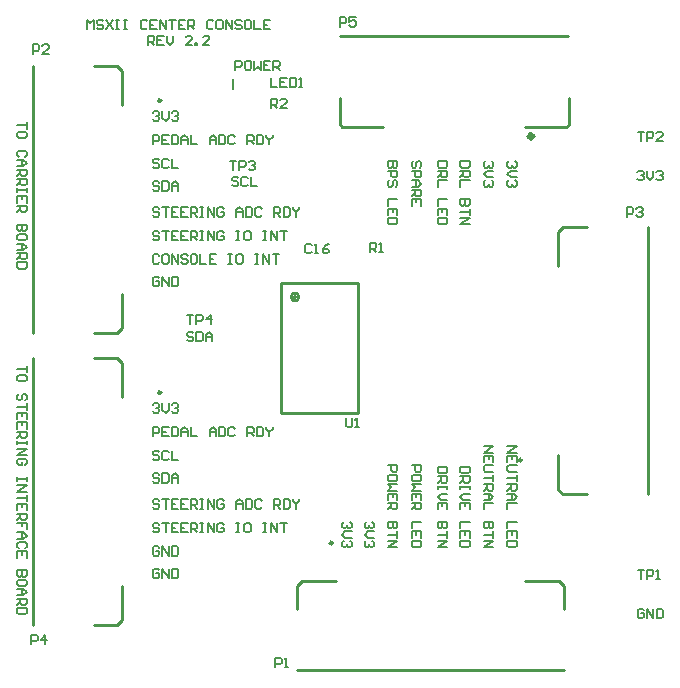
<source format=gto>
G04*
G04 #@! TF.GenerationSoftware,Altium Limited,Altium Designer,18.1.7 (191)*
G04*
G04 Layer_Color=65535*
%FSLAX25Y25*%
%MOIN*%
G70*
G01*
G75*
%ADD10C,0.01000*%
%ADD11C,0.01024*%
%ADD12C,0.01968*%
%ADD13C,0.00591*%
D10*
X107352Y137047D02*
G03*
X107352Y137047I-1321J0D01*
G01*
X106425D02*
G03*
X106425Y137047I-394J0D01*
G01*
X126898Y98268D02*
Y141575D01*
X101504Y98268D02*
X126898D01*
X101504D02*
Y141772D01*
X126701D01*
X223543Y71260D02*
Y160237D01*
X193780Y147244D02*
Y158661D01*
X195354Y160236D01*
X203228D01*
X195354Y71260D02*
X203228D01*
X193780Y72835D02*
X195354Y71260D01*
X193780Y72835D02*
Y84252D01*
X106693Y12678D02*
X195670D01*
X182677Y42441D02*
X194095D01*
X195669Y40866D01*
Y32992D02*
Y40866D01*
X106693Y32992D02*
Y40866D01*
X108268Y42441D01*
X119685D01*
X120866Y224095D02*
X197047D01*
X120866Y194567D02*
Y203425D01*
X197244Y194567D02*
Y203425D01*
X182677Y193583D02*
X196457D01*
X121653D02*
X135433D01*
X197244Y194370D02*
Y194567D01*
X196457Y193583D02*
X197244Y194370D01*
X121653Y193583D02*
Y193780D01*
X120866Y194567D02*
X121653Y193780D01*
X18564Y124999D02*
Y213976D01*
X48327Y126575D02*
Y137992D01*
X46752Y125000D02*
X48327Y126575D01*
X38878Y125000D02*
X46752D01*
X38878Y213976D02*
X46752D01*
X48327Y212402D01*
Y200984D02*
Y212402D01*
X18564Y27657D02*
Y116633D01*
X48327Y29232D02*
Y40650D01*
X46752Y27658D02*
X48327Y29232D01*
X38878Y27658D02*
X46752D01*
X38878Y116634D02*
X46752D01*
X48327Y115059D01*
Y103642D02*
Y115059D01*
D11*
X181693Y82677D02*
G03*
X181693Y82677I-512J0D01*
G01*
X118622Y55039D02*
G03*
X118622Y55039I-512J0D01*
G01*
X61437Y202559D02*
G03*
X61437Y202559I-512J0D01*
G01*
X61437Y105217D02*
G03*
X61437Y105217I-512J0D01*
G01*
D12*
X185244Y190630D02*
G03*
X185244Y190630I-599J0D01*
G01*
D13*
X85403Y206255D02*
Y209839D01*
X36806Y226259D02*
Y229407D01*
X37855Y228358D01*
X38905Y229407D01*
Y226259D01*
X42053Y228882D02*
X41529Y229407D01*
X40479D01*
X39954Y228882D01*
Y228358D01*
X40479Y227833D01*
X41529D01*
X42053Y227308D01*
Y226783D01*
X41529Y226259D01*
X40479D01*
X39954Y226783D01*
X43103Y229407D02*
X45202Y226259D01*
Y229407D02*
X43103Y226259D01*
X46251Y229407D02*
X47301D01*
X46776D01*
Y226259D01*
X46251D01*
X47301D01*
X48875Y229407D02*
X49925D01*
X49400D01*
Y226259D01*
X48875D01*
X49925D01*
X56747Y228882D02*
X56222Y229407D01*
X55172D01*
X54648Y228882D01*
Y226783D01*
X55172Y226259D01*
X56222D01*
X56747Y226783D01*
X59895Y229407D02*
X57796D01*
Y226259D01*
X59895D01*
X57796Y227833D02*
X58846D01*
X60945Y226259D02*
Y229407D01*
X63044Y226259D01*
Y229407D01*
X64094D02*
X66193D01*
X65143D01*
Y226259D01*
X69341Y229407D02*
X67242D01*
Y226259D01*
X69341D01*
X67242Y227833D02*
X68292D01*
X70391Y226259D02*
Y229407D01*
X71965D01*
X72490Y228882D01*
Y227833D01*
X71965Y227308D01*
X70391D01*
X71440D02*
X72490Y226259D01*
X78787Y228882D02*
X78262Y229407D01*
X77213D01*
X76688Y228882D01*
Y226783D01*
X77213Y226259D01*
X78262D01*
X78787Y226783D01*
X81411Y229407D02*
X80361D01*
X79836Y228882D01*
Y226783D01*
X80361Y226259D01*
X81411D01*
X81936Y226783D01*
Y228882D01*
X81411Y229407D01*
X82985Y226259D02*
Y229407D01*
X85084Y226259D01*
Y229407D01*
X88233Y228882D02*
X87708Y229407D01*
X86658D01*
X86134Y228882D01*
Y228358D01*
X86658Y227833D01*
X87708D01*
X88233Y227308D01*
Y226783D01*
X87708Y226259D01*
X86658D01*
X86134Y226783D01*
X90856Y229407D02*
X89807D01*
X89282Y228882D01*
Y226783D01*
X89807Y226259D01*
X90856D01*
X91381Y226783D01*
Y228882D01*
X90856Y229407D01*
X92431D02*
Y226259D01*
X94530D01*
X97678Y229407D02*
X95579D01*
Y226259D01*
X97678D01*
X95579Y227833D02*
X96629D01*
X57009Y221063D02*
Y224212D01*
X58583D01*
X59108Y223687D01*
Y222637D01*
X58583Y222112D01*
X57009D01*
X58059D02*
X59108Y221063D01*
X62257Y224212D02*
X60158D01*
Y221063D01*
X62257D01*
X60158Y222637D02*
X61207D01*
X63306Y224212D02*
Y222112D01*
X64356Y221063D01*
X65405Y222112D01*
Y224212D01*
X71702Y221063D02*
X69604D01*
X71702Y223162D01*
Y223687D01*
X71178Y224212D01*
X70128D01*
X69604Y223687D01*
X72752Y221063D02*
Y221588D01*
X73277D01*
Y221063D01*
X72752D01*
X77475D02*
X75376D01*
X77475Y223162D01*
Y223687D01*
X76950Y224212D01*
X75901D01*
X75376Y223687D01*
X86185Y212720D02*
Y215869D01*
X87759D01*
X88284Y215344D01*
Y214295D01*
X87759Y213770D01*
X86185D01*
X90908Y215869D02*
X89858D01*
X89334Y215344D01*
Y213245D01*
X89858Y212720D01*
X90908D01*
X91433Y213245D01*
Y215344D01*
X90908Y215869D01*
X92482D02*
Y212720D01*
X93532Y213770D01*
X94581Y212720D01*
Y215869D01*
X97730D02*
X95631D01*
Y212720D01*
X97730D01*
X95631Y214295D02*
X96680D01*
X98779Y212720D02*
Y215869D01*
X100354D01*
X100878Y215344D01*
Y214295D01*
X100354Y213770D01*
X98779D01*
X99829D02*
X100878Y212720D01*
X98000Y210149D02*
Y207000D01*
X100099D01*
X103248Y210149D02*
X101149D01*
Y207000D01*
X103248D01*
X101149Y208574D02*
X102198D01*
X104297Y210149D02*
Y207000D01*
X105871D01*
X106396Y207525D01*
Y209624D01*
X105871Y210149D01*
X104297D01*
X107446Y207000D02*
X108495D01*
X107970D01*
Y210149D01*
X107446Y209624D01*
X98000Y200000D02*
Y203149D01*
X99574D01*
X100099Y202624D01*
Y201574D01*
X99574Y201049D01*
X98000D01*
X99050D02*
X100099Y200000D01*
X103248D02*
X101149D01*
X103248Y202099D01*
Y202624D01*
X102723Y203149D01*
X101673D01*
X101149Y202624D01*
X140125Y182224D02*
X136976D01*
Y180650D01*
X137501Y180125D01*
X138026D01*
X138551Y180650D01*
Y182224D01*
Y180650D01*
X139075Y180125D01*
X139600D01*
X140125Y180650D01*
Y182224D01*
X136976Y179076D02*
X140125D01*
Y177501D01*
X139600Y176977D01*
X138551D01*
X138026Y177501D01*
Y179076D01*
X139600Y173828D02*
X140125Y174353D01*
Y175402D01*
X139600Y175927D01*
X139075D01*
X138551Y175402D01*
Y174353D01*
X138026Y173828D01*
X137501D01*
X136976Y174353D01*
Y175402D01*
X137501Y175927D01*
X140125Y169630D02*
X136976D01*
Y167531D01*
X140125Y164382D02*
Y166481D01*
X136976D01*
Y164382D01*
X138551Y166481D02*
Y165432D01*
X140125Y163333D02*
X136976D01*
Y161759D01*
X137501Y161234D01*
X139600D01*
X140125Y161759D01*
Y163333D01*
X147573Y180125D02*
X148097Y180650D01*
Y181700D01*
X147573Y182224D01*
X147048D01*
X146523Y181700D01*
Y180650D01*
X145998Y180125D01*
X145474D01*
X144949Y180650D01*
Y181700D01*
X145474Y182224D01*
X144949Y179076D02*
X148097D01*
Y177501D01*
X147573Y176977D01*
X146523D01*
X145998Y177501D01*
Y179076D01*
X144949Y175927D02*
X147048D01*
X148097Y174878D01*
X147048Y173828D01*
X144949D01*
X146523D01*
Y175927D01*
X144949Y172779D02*
X148097D01*
Y171204D01*
X147573Y170680D01*
X146523D01*
X145998Y171204D01*
Y172779D01*
Y171729D02*
X144949Y170680D01*
X148097Y167531D02*
Y169630D01*
X144949D01*
Y167531D01*
X146523Y169630D02*
Y168580D01*
X156759Y182224D02*
X153610D01*
Y180650D01*
X154135Y180125D01*
X156234D01*
X156759Y180650D01*
Y182224D01*
X153610Y179076D02*
X156759D01*
Y177501D01*
X156234Y176977D01*
X155184D01*
X154660Y177501D01*
Y179076D01*
Y178026D02*
X153610Y176977D01*
X156759Y175927D02*
X153610D01*
Y173828D01*
X156759Y169630D02*
X153610D01*
Y167531D01*
X156759Y164382D02*
Y166481D01*
X153610D01*
Y164382D01*
X155184Y166481D02*
Y165432D01*
X156759Y163333D02*
X153610D01*
Y161759D01*
X154135Y161234D01*
X156234D01*
X156759Y161759D01*
Y163333D01*
X164239Y182224D02*
X161091D01*
Y180650D01*
X161615Y180125D01*
X163714D01*
X164239Y180650D01*
Y182224D01*
X161091Y179076D02*
X164239D01*
Y177501D01*
X163714Y176977D01*
X162665D01*
X162140Y177501D01*
Y179076D01*
Y178026D02*
X161091Y176977D01*
X164239Y175927D02*
X161091D01*
Y173828D01*
X164239Y169630D02*
X161091D01*
Y168056D01*
X161615Y167531D01*
X162140D01*
X162665Y168056D01*
Y169630D01*
Y168056D01*
X163190Y167531D01*
X163714D01*
X164239Y168056D01*
Y169630D01*
Y166481D02*
Y164382D01*
Y165432D01*
X161091D01*
Y163333D02*
X164239D01*
X161091Y161234D01*
X164239D01*
X171588Y182224D02*
X172113Y181700D01*
Y180650D01*
X171588Y180125D01*
X171064D01*
X170539Y180650D01*
Y181175D01*
Y180650D01*
X170014Y180125D01*
X169489D01*
X168965Y180650D01*
Y181700D01*
X169489Y182224D01*
X172113Y179076D02*
X170014D01*
X168965Y178026D01*
X170014Y176977D01*
X172113D01*
X171588Y175927D02*
X172113Y175402D01*
Y174353D01*
X171588Y173828D01*
X171064D01*
X170539Y174353D01*
Y174878D01*
Y174353D01*
X170014Y173828D01*
X169489D01*
X168965Y174353D01*
Y175402D01*
X169489Y175927D01*
X179462Y182224D02*
X179987Y181700D01*
Y180650D01*
X179462Y180125D01*
X178938D01*
X178413Y180650D01*
Y181175D01*
Y180650D01*
X177888Y180125D01*
X177363D01*
X176839Y180650D01*
Y181700D01*
X177363Y182224D01*
X179987Y179076D02*
X177888D01*
X176839Y178026D01*
X177888Y176977D01*
X179987D01*
X179462Y175927D02*
X179987Y175402D01*
Y174353D01*
X179462Y173828D01*
X178938D01*
X178413Y174353D01*
Y174878D01*
Y174353D01*
X177888Y173828D01*
X177363D01*
X176839Y174353D01*
Y175402D01*
X177363Y175927D01*
X176839Y87224D02*
X179987D01*
X176839Y85125D01*
X179987D01*
Y81977D02*
Y84076D01*
X176839D01*
Y81977D01*
X178413Y84076D02*
Y83026D01*
X179987Y80927D02*
X177363D01*
X176839Y80402D01*
Y79353D01*
X177363Y78828D01*
X179987D01*
Y77779D02*
Y75680D01*
Y76729D01*
X176839D01*
Y74630D02*
X179987D01*
Y73056D01*
X179462Y72531D01*
X178413D01*
X177888Y73056D01*
Y74630D01*
Y73580D02*
X176839Y72531D01*
Y71482D02*
X178938D01*
X179987Y70432D01*
X178938Y69382D01*
X176839D01*
X178413D01*
Y71482D01*
X179987Y68333D02*
X176839D01*
Y66234D01*
X179987Y62036D02*
X176839D01*
Y59937D01*
X179987Y56788D02*
Y58887D01*
X176839D01*
Y56788D01*
X178413Y58887D02*
Y57838D01*
X179987Y55739D02*
X176839D01*
Y54164D01*
X177363Y53640D01*
X179462D01*
X179987Y54164D01*
Y55739D01*
X168965Y87224D02*
X172113D01*
X168965Y85125D01*
X172113D01*
Y81977D02*
Y84076D01*
X168965D01*
Y81977D01*
X170539Y84076D02*
Y83026D01*
X172113Y80927D02*
X169489D01*
X168965Y80402D01*
Y79353D01*
X169489Y78828D01*
X172113D01*
Y77779D02*
Y75680D01*
Y76729D01*
X168965D01*
Y74630D02*
X172113D01*
Y73056D01*
X171588Y72531D01*
X170539D01*
X170014Y73056D01*
Y74630D01*
Y73580D02*
X168965Y72531D01*
Y71482D02*
X171064D01*
X172113Y70432D01*
X171064Y69382D01*
X168965D01*
X170539D01*
Y71482D01*
X172113Y68333D02*
X168965D01*
Y66234D01*
X172113Y62036D02*
X168965D01*
Y60461D01*
X169489Y59937D01*
X170014D01*
X170539Y60461D01*
Y62036D01*
Y60461D01*
X171064Y59937D01*
X171588D01*
X172113Y60461D01*
Y62036D01*
Y58887D02*
Y56788D01*
Y57838D01*
X168965D01*
Y55739D02*
X172113D01*
X168965Y53640D01*
X172113D01*
X164239Y80402D02*
X161091D01*
Y78828D01*
X161615Y78303D01*
X163714D01*
X164239Y78828D01*
Y80402D01*
X161091Y77254D02*
X164239D01*
Y75680D01*
X163714Y75155D01*
X162665D01*
X162140Y75680D01*
Y77254D01*
Y76204D02*
X161091Y75155D01*
X164239Y74105D02*
Y73056D01*
Y73580D01*
X161091D01*
Y74105D01*
Y73056D01*
X164239Y71482D02*
X162140D01*
X161091Y70432D01*
X162140Y69382D01*
X164239D01*
Y66234D02*
Y68333D01*
X161091D01*
Y66234D01*
X162665Y68333D02*
Y67283D01*
X164239Y62036D02*
X161091D01*
Y59937D01*
X164239Y56788D02*
Y58887D01*
X161091D01*
Y56788D01*
X162665Y58887D02*
Y57838D01*
X164239Y55739D02*
X161091D01*
Y54164D01*
X161615Y53640D01*
X163714D01*
X164239Y54164D01*
Y55739D01*
X156759Y80402D02*
X153610D01*
Y78828D01*
X154135Y78303D01*
X156234D01*
X156759Y78828D01*
Y80402D01*
X153610Y77254D02*
X156759D01*
Y75680D01*
X156234Y75155D01*
X155184D01*
X154660Y75680D01*
Y77254D01*
Y76204D02*
X153610Y75155D01*
X156759Y74105D02*
Y73056D01*
Y73580D01*
X153610D01*
Y74105D01*
Y73056D01*
X156759Y71482D02*
X154660D01*
X153610Y70432D01*
X154660Y69382D01*
X156759D01*
Y66234D02*
Y68333D01*
X153610D01*
Y66234D01*
X155184Y68333D02*
Y67283D01*
X156759Y62036D02*
X153610D01*
Y60461D01*
X154135Y59937D01*
X154660D01*
X155184Y60461D01*
Y62036D01*
Y60461D01*
X155709Y59937D01*
X156234D01*
X156759Y60461D01*
Y62036D01*
Y58887D02*
Y56788D01*
Y57838D01*
X153610D01*
Y55739D02*
X156759D01*
X153610Y53640D01*
X156759D01*
X144949Y80927D02*
X148097D01*
Y79353D01*
X147573Y78828D01*
X146523D01*
X145998Y79353D01*
Y80927D01*
X148097Y76204D02*
Y77254D01*
X147573Y77779D01*
X145474D01*
X144949Y77254D01*
Y76204D01*
X145474Y75680D01*
X147573D01*
X148097Y76204D01*
Y74630D02*
X144949D01*
X145998Y73580D01*
X144949Y72531D01*
X148097D01*
Y69382D02*
Y71482D01*
X144949D01*
Y69382D01*
X146523Y71482D02*
Y70432D01*
X144949Y68333D02*
X148097D01*
Y66759D01*
X147573Y66234D01*
X146523D01*
X145998Y66759D01*
Y68333D01*
Y67283D02*
X144949Y66234D01*
X148097Y62036D02*
X144949D01*
Y59937D01*
X148097Y56788D02*
Y58887D01*
X144949D01*
Y56788D01*
X146523Y58887D02*
Y57838D01*
X148097Y55739D02*
X144949D01*
Y54164D01*
X145474Y53640D01*
X147573D01*
X148097Y54164D01*
Y55739D01*
X136976Y80927D02*
X140125D01*
Y79353D01*
X139600Y78828D01*
X138551D01*
X138026Y79353D01*
Y80927D01*
X140125Y76204D02*
Y77254D01*
X139600Y77779D01*
X137501D01*
X136976Y77254D01*
Y76204D01*
X137501Y75680D01*
X139600D01*
X140125Y76204D01*
Y74630D02*
X136976D01*
X138026Y73580D01*
X136976Y72531D01*
X140125D01*
Y69382D02*
Y71482D01*
X136976D01*
Y69382D01*
X138551Y71482D02*
Y70432D01*
X136976Y68333D02*
X140125D01*
Y66759D01*
X139600Y66234D01*
X138551D01*
X138026Y66759D01*
Y68333D01*
Y67283D02*
X136976Y66234D01*
X140125Y62036D02*
X136976D01*
Y60461D01*
X137501Y59937D01*
X138026D01*
X138551Y60461D01*
Y62036D01*
Y60461D01*
X139075Y59937D01*
X139600D01*
X140125Y60461D01*
Y62036D01*
Y58887D02*
Y56788D01*
Y57838D01*
X136976D01*
Y55739D02*
X140125D01*
X136976Y53640D01*
X140125D01*
X131825Y62036D02*
X132349Y61511D01*
Y60461D01*
X131825Y59937D01*
X131300D01*
X130775Y60461D01*
Y60986D01*
Y60461D01*
X130250Y59937D01*
X129726D01*
X129201Y60461D01*
Y61511D01*
X129726Y62036D01*
X132349Y58887D02*
X130250D01*
X129201Y57838D01*
X130250Y56788D01*
X132349D01*
X131825Y55739D02*
X132349Y55214D01*
Y54164D01*
X131825Y53640D01*
X131300D01*
X130775Y54164D01*
Y54689D01*
Y54164D01*
X130250Y53640D01*
X129726D01*
X129201Y54164D01*
Y55214D01*
X129726Y55739D01*
X124344Y62036D02*
X124869Y61511D01*
Y60461D01*
X124344Y59937D01*
X123819D01*
X123295Y60461D01*
Y60986D01*
Y60461D01*
X122770Y59937D01*
X122245D01*
X121720Y60461D01*
Y61511D01*
X122245Y62036D01*
X124869Y58887D02*
X122770D01*
X121720Y57838D01*
X122770Y56788D01*
X124869D01*
X124344Y55739D02*
X124869Y55214D01*
Y54164D01*
X124344Y53640D01*
X123819D01*
X123295Y54164D01*
Y54689D01*
Y54164D01*
X122770Y53640D01*
X122245D01*
X121720Y54164D01*
Y55214D01*
X122245Y55739D01*
X72099Y124905D02*
X71574Y125430D01*
X70525D01*
X70000Y124905D01*
Y124380D01*
X70525Y123855D01*
X71574D01*
X72099Y123331D01*
Y122806D01*
X71574Y122281D01*
X70525D01*
X70000Y122806D01*
X73149Y125430D02*
Y122281D01*
X74723D01*
X75248Y122806D01*
Y124905D01*
X74723Y125430D01*
X73149D01*
X76297Y122281D02*
Y124380D01*
X77347Y125430D01*
X78396Y124380D01*
Y122281D01*
Y123855D01*
X76297D01*
X87099Y176624D02*
X86574Y177149D01*
X85525D01*
X85000Y176624D01*
Y176099D01*
X85525Y175574D01*
X86574D01*
X87099Y175049D01*
Y174525D01*
X86574Y174000D01*
X85525D01*
X85000Y174525D01*
X90248Y176624D02*
X89723Y177149D01*
X88673D01*
X88149Y176624D01*
Y174525D01*
X88673Y174000D01*
X89723D01*
X90248Y174525D01*
X91297Y177149D02*
Y174000D01*
X93396D01*
X70000Y131149D02*
X72099D01*
X71049D01*
Y128000D01*
X73149D02*
Y131149D01*
X74723D01*
X75248Y130624D01*
Y129574D01*
X74723Y129050D01*
X73149D01*
X77872Y128000D02*
Y131149D01*
X76297Y129574D01*
X78396D01*
X84299Y182467D02*
X86398D01*
X85349D01*
Y179319D01*
X87448D02*
Y182467D01*
X89022D01*
X89547Y181943D01*
Y180893D01*
X89022Y180368D01*
X87448D01*
X90596Y181943D02*
X91121Y182467D01*
X92171D01*
X92695Y181943D01*
Y181418D01*
X92171Y180893D01*
X91646D01*
X92171D01*
X92695Y180368D01*
Y179844D01*
X92171Y179319D01*
X91121D01*
X90596Y179844D01*
X222353Y32624D02*
X221828Y33149D01*
X220778D01*
X220253Y32624D01*
Y30525D01*
X220778Y30000D01*
X221828D01*
X222353Y30525D01*
Y31574D01*
X221303D01*
X223402Y30000D02*
Y33149D01*
X225501Y30000D01*
Y33149D01*
X226551D02*
Y30000D01*
X228125D01*
X228650Y30525D01*
Y32624D01*
X228125Y33149D01*
X226551D01*
X220182Y178624D02*
X220707Y179149D01*
X221756D01*
X222281Y178624D01*
Y178099D01*
X221756Y177574D01*
X221231D01*
X221756D01*
X222281Y177050D01*
Y176525D01*
X221756Y176000D01*
X220707D01*
X220182Y176525D01*
X223330Y179149D02*
Y177050D01*
X224380Y176000D01*
X225429Y177050D01*
Y179149D01*
X226479Y178624D02*
X227004Y179149D01*
X228053D01*
X228578Y178624D01*
Y178099D01*
X228053Y177574D01*
X227529D01*
X228053D01*
X228578Y177050D01*
Y176525D01*
X228053Y176000D01*
X227004D01*
X226479Y176525D01*
X131000Y152000D02*
Y155149D01*
X132574D01*
X133099Y154624D01*
Y153574D01*
X132574Y153050D01*
X131000D01*
X132050D02*
X133099Y152000D01*
X134149D02*
X135198D01*
X134673D01*
Y155149D01*
X134149Y154624D01*
X123000Y96725D02*
Y94102D01*
X123525Y93577D01*
X124574D01*
X125099Y94102D01*
Y96725D01*
X126149Y93577D02*
X127198D01*
X126673D01*
Y96725D01*
X126149Y96201D01*
X111599Y154224D02*
X111074Y154749D01*
X110025D01*
X109500Y154224D01*
Y152125D01*
X110025Y151600D01*
X111074D01*
X111599Y152125D01*
X112649Y151600D02*
X113698D01*
X113173D01*
Y154749D01*
X112649Y154224D01*
X117371Y154749D02*
X116322Y154224D01*
X115272Y153174D01*
Y152125D01*
X115797Y151600D01*
X116847D01*
X117371Y152125D01*
Y152649D01*
X116847Y153174D01*
X115272D01*
X216630Y163811D02*
Y166960D01*
X218204D01*
X218729Y166435D01*
Y165385D01*
X218204Y164861D01*
X216630D01*
X219778Y166435D02*
X220303Y166960D01*
X221353D01*
X221878Y166435D01*
Y165910D01*
X221353Y165385D01*
X220828D01*
X221353D01*
X221878Y164861D01*
Y164336D01*
X221353Y163811D01*
X220303D01*
X219778Y164336D01*
X99496Y13590D02*
Y16739D01*
X101070D01*
X101595Y16214D01*
Y15165D01*
X101070Y14640D01*
X99496D01*
X102645Y13590D02*
X103694D01*
X103169D01*
Y16739D01*
X102645Y16214D01*
X121000Y227200D02*
Y230349D01*
X122574D01*
X123099Y229824D01*
Y228774D01*
X122574Y228250D01*
X121000D01*
X126248Y230349D02*
X124149D01*
Y228774D01*
X125198Y229299D01*
X125723D01*
X126248Y228774D01*
Y227725D01*
X125723Y227200D01*
X124673D01*
X124149Y227725D01*
X220200Y46149D02*
X222299D01*
X221250D01*
Y43000D01*
X223349D02*
Y46149D01*
X224923D01*
X225448Y45624D01*
Y44574D01*
X224923Y44050D01*
X223349D01*
X226497Y43000D02*
X227547D01*
X227022D01*
Y46149D01*
X226497Y45624D01*
X220200Y192149D02*
X222299D01*
X221250D01*
Y189000D01*
X223349D02*
Y192149D01*
X224923D01*
X225448Y191624D01*
Y190574D01*
X224923Y190050D01*
X223349D01*
X228596Y189000D02*
X226497D01*
X228596Y191099D01*
Y191624D01*
X228071Y192149D01*
X227022D01*
X226497Y191624D01*
X16534Y114173D02*
Y112074D01*
Y113124D01*
X13386D01*
X16534Y109450D02*
Y110500D01*
X16010Y111025D01*
X13911D01*
X13386Y110500D01*
Y109450D01*
X13911Y108926D01*
X16010D01*
X16534Y109450D01*
X16010Y102628D02*
X16534Y103153D01*
Y104203D01*
X16010Y104727D01*
X15485D01*
X14960Y104203D01*
Y103153D01*
X14435Y102628D01*
X13911D01*
X13386Y103153D01*
Y104203D01*
X13911Y104727D01*
X16534Y101579D02*
Y99480D01*
Y100529D01*
X13386D01*
X16534Y96331D02*
Y98430D01*
X13386D01*
Y96331D01*
X14960Y98430D02*
Y97381D01*
X16534Y93183D02*
Y95282D01*
X13386D01*
Y93183D01*
X14960Y95282D02*
Y94232D01*
X13386Y92133D02*
X16534D01*
Y90559D01*
X16010Y90034D01*
X14960D01*
X14435Y90559D01*
Y92133D01*
Y91084D02*
X13386Y90034D01*
X16534Y88985D02*
Y87935D01*
Y88460D01*
X13386D01*
Y88985D01*
Y87935D01*
Y86361D02*
X16534D01*
X13386Y84262D01*
X16534D01*
X16010Y81113D02*
X16534Y81638D01*
Y82687D01*
X16010Y83212D01*
X13911D01*
X13386Y82687D01*
Y81638D01*
X13911Y81113D01*
X14960D01*
Y82163D01*
X16534Y76915D02*
Y75865D01*
Y76390D01*
X13386D01*
Y76915D01*
Y75865D01*
Y74291D02*
X16534D01*
X13386Y72192D01*
X16534D01*
Y71143D02*
Y69043D01*
Y70093D01*
X13386D01*
X16534Y65895D02*
Y67994D01*
X13386D01*
Y65895D01*
X14960Y67994D02*
Y66944D01*
X13386Y64845D02*
X16534D01*
Y63271D01*
X16010Y62746D01*
X14960D01*
X14435Y63271D01*
Y64845D01*
Y63796D02*
X13386Y62746D01*
X16534Y59598D02*
Y61697D01*
X14960D01*
Y60647D01*
Y61697D01*
X13386D01*
Y58548D02*
X15485D01*
X16534Y57499D01*
X15485Y56449D01*
X13386D01*
X14960D01*
Y58548D01*
X16010Y53300D02*
X16534Y53825D01*
Y54875D01*
X16010Y55400D01*
X13911D01*
X13386Y54875D01*
Y53825D01*
X13911Y53300D01*
X16534Y50152D02*
Y52251D01*
X13386D01*
Y50152D01*
X14960Y52251D02*
Y51201D01*
X16534Y45954D02*
X13386D01*
Y44379D01*
X13911Y43855D01*
X14435D01*
X14960Y44379D01*
Y45954D01*
Y44379D01*
X15485Y43855D01*
X16010D01*
X16534Y44379D01*
Y45954D01*
Y41231D02*
Y42280D01*
X16010Y42805D01*
X13911D01*
X13386Y42280D01*
Y41231D01*
X13911Y40706D01*
X16010D01*
X16534Y41231D01*
X13386Y39657D02*
X15485D01*
X16534Y38607D01*
X15485Y37558D01*
X13386D01*
X14960D01*
Y39657D01*
X13386Y36508D02*
X16534D01*
Y34934D01*
X16010Y34409D01*
X14960D01*
X14435Y34934D01*
Y36508D01*
Y35458D02*
X13386Y34409D01*
X16534Y33359D02*
X13386D01*
Y31785D01*
X13911Y31260D01*
X16010D01*
X16534Y31785D01*
Y33359D01*
X16534Y195276D02*
Y193176D01*
Y194226D01*
X13386D01*
X16534Y190553D02*
Y191602D01*
X16010Y192127D01*
X13911D01*
X13386Y191602D01*
Y190553D01*
X13911Y190028D01*
X16010D01*
X16534Y190553D01*
X16010Y183731D02*
X16534Y184256D01*
Y185305D01*
X16010Y185830D01*
X13911D01*
X13386Y185305D01*
Y184256D01*
X13911Y183731D01*
X13386Y182681D02*
X15485D01*
X16534Y181632D01*
X15485Y180582D01*
X13386D01*
X14960D01*
Y182681D01*
X13386Y179533D02*
X16534D01*
Y177958D01*
X16010Y177434D01*
X14960D01*
X14435Y177958D01*
Y179533D01*
Y178483D02*
X13386Y177434D01*
Y176384D02*
X16534D01*
Y174810D01*
X16010Y174285D01*
X14960D01*
X14435Y174810D01*
Y176384D01*
Y175335D02*
X13386Y174285D01*
X16534Y173235D02*
Y172186D01*
Y172711D01*
X13386D01*
Y173235D01*
Y172186D01*
X16534Y168513D02*
Y170612D01*
X13386D01*
Y168513D01*
X14960Y170612D02*
Y169562D01*
X13386Y167463D02*
X16534D01*
Y165889D01*
X16010Y165364D01*
X14960D01*
X14435Y165889D01*
Y167463D01*
Y166413D02*
X13386Y165364D01*
X16534Y161166D02*
X13386D01*
Y159592D01*
X13911Y159067D01*
X14435D01*
X14960Y159592D01*
Y161166D01*
Y159592D01*
X15485Y159067D01*
X16010D01*
X16534Y159592D01*
Y161166D01*
Y156443D02*
Y157492D01*
X16010Y158017D01*
X13911D01*
X13386Y157492D01*
Y156443D01*
X13911Y155918D01*
X16010D01*
X16534Y156443D01*
X13386Y154869D02*
X15485D01*
X16534Y153819D01*
X15485Y152770D01*
X13386D01*
X14960D01*
Y154869D01*
X13386Y151720D02*
X16534D01*
Y150146D01*
X16010Y149621D01*
X14960D01*
X14435Y150146D01*
Y151720D01*
Y150671D02*
X13386Y149621D01*
X16534Y148572D02*
X13386D01*
Y146997D01*
X13911Y146472D01*
X16010D01*
X16534Y146997D01*
Y148572D01*
X60760Y45931D02*
X60236Y46456D01*
X59186D01*
X58661Y45931D01*
Y43832D01*
X59186Y43307D01*
X60236D01*
X60760Y43832D01*
Y44881D01*
X59711D01*
X61810Y43307D02*
Y46456D01*
X63909Y43307D01*
Y46456D01*
X64959D02*
Y43307D01*
X66533D01*
X67058Y43832D01*
Y45931D01*
X66533Y46456D01*
X64959D01*
X60760Y53411D02*
X60236Y53936D01*
X59186D01*
X58661Y53411D01*
Y51312D01*
X59186Y50787D01*
X60236D01*
X60760Y51312D01*
Y52362D01*
X59711D01*
X61810Y50787D02*
Y53936D01*
X63909Y50787D01*
Y53936D01*
X64959D02*
Y50787D01*
X66533D01*
X67058Y51312D01*
Y53411D01*
X66533Y53936D01*
X64959D01*
X60760Y61187D02*
X60236Y61712D01*
X59186D01*
X58661Y61187D01*
Y60662D01*
X59186Y60137D01*
X60236D01*
X60760Y59613D01*
Y59088D01*
X60236Y58563D01*
X59186D01*
X58661Y59088D01*
X61810Y61712D02*
X63909D01*
X62859D01*
Y58563D01*
X67058Y61712D02*
X64959D01*
Y58563D01*
X67058D01*
X64959Y60137D02*
X66008D01*
X70206Y61712D02*
X68107D01*
Y58563D01*
X70206D01*
X68107Y60137D02*
X69157D01*
X71256Y58563D02*
Y61712D01*
X72830D01*
X73355Y61187D01*
Y60137D01*
X72830Y59613D01*
X71256D01*
X72305D02*
X73355Y58563D01*
X74404Y61712D02*
X75454D01*
X74929D01*
Y58563D01*
X74404D01*
X75454D01*
X77028D02*
Y61712D01*
X79127Y58563D01*
Y61712D01*
X82276Y61187D02*
X81751Y61712D01*
X80702D01*
X80177Y61187D01*
Y59088D01*
X80702Y58563D01*
X81751D01*
X82276Y59088D01*
Y60137D01*
X81226D01*
X86474Y61712D02*
X87524D01*
X86999D01*
Y58563D01*
X86474D01*
X87524D01*
X90672Y61712D02*
X89623D01*
X89098Y61187D01*
Y59088D01*
X89623Y58563D01*
X90672D01*
X91197Y59088D01*
Y61187D01*
X90672Y61712D01*
X95395D02*
X96444D01*
X95920D01*
Y58563D01*
X95395D01*
X96444D01*
X98019D02*
Y61712D01*
X100118Y58563D01*
Y61712D01*
X101167D02*
X103267D01*
X102217D01*
Y58563D01*
X60760Y69159D02*
X60236Y69684D01*
X59186D01*
X58661Y69159D01*
Y68634D01*
X59186Y68110D01*
X60236D01*
X60760Y67585D01*
Y67060D01*
X60236Y66535D01*
X59186D01*
X58661Y67060D01*
X61810Y69684D02*
X63909D01*
X62859D01*
Y66535D01*
X67058Y69684D02*
X64959D01*
Y66535D01*
X67058D01*
X64959Y68110D02*
X66008D01*
X70206Y69684D02*
X68107D01*
Y66535D01*
X70206D01*
X68107Y68110D02*
X69157D01*
X71256Y66535D02*
Y69684D01*
X72830D01*
X73355Y69159D01*
Y68110D01*
X72830Y67585D01*
X71256D01*
X72305D02*
X73355Y66535D01*
X74404Y69684D02*
X75454D01*
X74929D01*
Y66535D01*
X74404D01*
X75454D01*
X77028D02*
Y69684D01*
X79127Y66535D01*
Y69684D01*
X82276Y69159D02*
X81751Y69684D01*
X80702D01*
X80177Y69159D01*
Y67060D01*
X80702Y66535D01*
X81751D01*
X82276Y67060D01*
Y68110D01*
X81226D01*
X86474Y66535D02*
Y68634D01*
X87524Y69684D01*
X88573Y68634D01*
Y66535D01*
Y68110D01*
X86474D01*
X89623Y69684D02*
Y66535D01*
X91197D01*
X91722Y67060D01*
Y69159D01*
X91197Y69684D01*
X89623D01*
X94870Y69159D02*
X94345Y69684D01*
X93296D01*
X92771Y69159D01*
Y67060D01*
X93296Y66535D01*
X94345D01*
X94870Y67060D01*
X99068Y66535D02*
Y69684D01*
X100643D01*
X101167Y69159D01*
Y68110D01*
X100643Y67585D01*
X99068D01*
X100118D02*
X101167Y66535D01*
X102217Y69684D02*
Y66535D01*
X103791D01*
X104316Y67060D01*
Y69159D01*
X103791Y69684D01*
X102217D01*
X105366D02*
Y69159D01*
X106415Y68110D01*
X107465Y69159D01*
Y69684D01*
X106415Y68110D02*
Y66535D01*
X60760Y77821D02*
X60236Y78345D01*
X59186D01*
X58661Y77821D01*
Y77296D01*
X59186Y76771D01*
X60236D01*
X60760Y76246D01*
Y75722D01*
X60236Y75197D01*
X59186D01*
X58661Y75722D01*
X61810Y78345D02*
Y75197D01*
X63384D01*
X63909Y75722D01*
Y77821D01*
X63384Y78345D01*
X61810D01*
X64959Y75197D02*
Y77296D01*
X66008Y78345D01*
X67058Y77296D01*
Y75197D01*
Y76771D01*
X64959D01*
X60760Y85301D02*
X60236Y85826D01*
X59186D01*
X58661Y85301D01*
Y84776D01*
X59186Y84251D01*
X60236D01*
X60760Y83727D01*
Y83202D01*
X60236Y82677D01*
X59186D01*
X58661Y83202D01*
X63909Y85301D02*
X63384Y85826D01*
X62335D01*
X61810Y85301D01*
Y83202D01*
X62335Y82677D01*
X63384D01*
X63909Y83202D01*
X64959Y85826D02*
Y82677D01*
X67058D01*
X58661Y90551D02*
Y93700D01*
X60236D01*
X60760Y93175D01*
Y92125D01*
X60236Y91601D01*
X58661D01*
X63909Y93700D02*
X61810D01*
Y90551D01*
X63909D01*
X61810Y92125D02*
X62859D01*
X64959Y93700D02*
Y90551D01*
X66533D01*
X67058Y91076D01*
Y93175D01*
X66533Y93700D01*
X64959D01*
X68107Y90551D02*
Y92650D01*
X69157Y93700D01*
X70206Y92650D01*
Y90551D01*
Y92125D01*
X68107D01*
X71256Y93700D02*
Y90551D01*
X73355D01*
X77553D02*
Y92650D01*
X78602Y93700D01*
X79652Y92650D01*
Y90551D01*
Y92125D01*
X77553D01*
X80702Y93700D02*
Y90551D01*
X82276D01*
X82801Y91076D01*
Y93175D01*
X82276Y93700D01*
X80702D01*
X85949Y93175D02*
X85424Y93700D01*
X84375D01*
X83850Y93175D01*
Y91076D01*
X84375Y90551D01*
X85424D01*
X85949Y91076D01*
X90147Y90551D02*
Y93700D01*
X91722D01*
X92246Y93175D01*
Y92125D01*
X91722Y91601D01*
X90147D01*
X91197D02*
X92246Y90551D01*
X93296Y93700D02*
Y90551D01*
X94870D01*
X95395Y91076D01*
Y93175D01*
X94870Y93700D01*
X93296D01*
X96444D02*
Y93175D01*
X97494Y92125D01*
X98544Y93175D01*
Y93700D01*
X97494Y92125D02*
Y90551D01*
X58661Y101049D02*
X59186Y101574D01*
X60236D01*
X60760Y101049D01*
Y100524D01*
X60236Y99999D01*
X59711D01*
X60236D01*
X60760Y99475D01*
Y98950D01*
X60236Y98425D01*
X59186D01*
X58661Y98950D01*
X61810Y101574D02*
Y99475D01*
X62859Y98425D01*
X63909Y99475D01*
Y101574D01*
X64959Y101049D02*
X65483Y101574D01*
X66533D01*
X67058Y101049D01*
Y100524D01*
X66533Y99999D01*
X66008D01*
X66533D01*
X67058Y99475D01*
Y98950D01*
X66533Y98425D01*
X65483D01*
X64959Y98950D01*
X58661Y198391D02*
X59186Y198916D01*
X60236D01*
X60760Y198391D01*
Y197867D01*
X60236Y197342D01*
X59711D01*
X60236D01*
X60760Y196817D01*
Y196292D01*
X60236Y195768D01*
X59186D01*
X58661Y196292D01*
X61810Y198916D02*
Y196817D01*
X62859Y195768D01*
X63909Y196817D01*
Y198916D01*
X64959Y198391D02*
X65483Y198916D01*
X66533D01*
X67058Y198391D01*
Y197867D01*
X66533Y197342D01*
X66008D01*
X66533D01*
X67058Y196817D01*
Y196292D01*
X66533Y195768D01*
X65483D01*
X64959Y196292D01*
X58661Y187894D02*
Y191042D01*
X60236D01*
X60760Y190517D01*
Y189468D01*
X60236Y188943D01*
X58661D01*
X63909Y191042D02*
X61810D01*
Y187894D01*
X63909D01*
X61810Y189468D02*
X62859D01*
X64959Y191042D02*
Y187894D01*
X66533D01*
X67058Y188418D01*
Y190517D01*
X66533Y191042D01*
X64959D01*
X68107Y187894D02*
Y189993D01*
X69157Y191042D01*
X70206Y189993D01*
Y187894D01*
Y189468D01*
X68107D01*
X71256Y191042D02*
Y187894D01*
X73355D01*
X77553D02*
Y189993D01*
X78602Y191042D01*
X79652Y189993D01*
Y187894D01*
Y189468D01*
X77553D01*
X80702Y191042D02*
Y187894D01*
X82276D01*
X82801Y188418D01*
Y190517D01*
X82276Y191042D01*
X80702D01*
X85949Y190517D02*
X85424Y191042D01*
X84375D01*
X83850Y190517D01*
Y188418D01*
X84375Y187894D01*
X85424D01*
X85949Y188418D01*
X90147Y187894D02*
Y191042D01*
X91722D01*
X92246Y190517D01*
Y189468D01*
X91722Y188943D01*
X90147D01*
X91197D02*
X92246Y187894D01*
X93296Y191042D02*
Y187894D01*
X94870D01*
X95395Y188418D01*
Y190517D01*
X94870Y191042D01*
X93296D01*
X96444D02*
Y190517D01*
X97494Y189468D01*
X98544Y190517D01*
Y191042D01*
X97494Y189468D02*
Y187894D01*
X60760Y182643D02*
X60236Y183168D01*
X59186D01*
X58661Y182643D01*
Y182119D01*
X59186Y181594D01*
X60236D01*
X60760Y181069D01*
Y180544D01*
X60236Y180020D01*
X59186D01*
X58661Y180544D01*
X63909Y182643D02*
X63384Y183168D01*
X62335D01*
X61810Y182643D01*
Y180544D01*
X62335Y180020D01*
X63384D01*
X63909Y180544D01*
X64959Y183168D02*
Y180020D01*
X67058D01*
X60760Y175163D02*
X60236Y175688D01*
X59186D01*
X58661Y175163D01*
Y174638D01*
X59186Y174114D01*
X60236D01*
X60760Y173589D01*
Y173064D01*
X60236Y172539D01*
X59186D01*
X58661Y173064D01*
X61810Y175688D02*
Y172539D01*
X63384D01*
X63909Y173064D01*
Y175163D01*
X63384Y175688D01*
X61810D01*
X64959Y172539D02*
Y174638D01*
X66008Y175688D01*
X67058Y174638D01*
Y172539D01*
Y174114D01*
X64959D01*
X60760Y166502D02*
X60236Y167026D01*
X59186D01*
X58661Y166502D01*
Y165977D01*
X59186Y165452D01*
X60236D01*
X60760Y164927D01*
Y164403D01*
X60236Y163878D01*
X59186D01*
X58661Y164403D01*
X61810Y167026D02*
X63909D01*
X62859D01*
Y163878D01*
X67058Y167026D02*
X64959D01*
Y163878D01*
X67058D01*
X64959Y165452D02*
X66008D01*
X70206Y167026D02*
X68107D01*
Y163878D01*
X70206D01*
X68107Y165452D02*
X69157D01*
X71256Y163878D02*
Y167026D01*
X72830D01*
X73355Y166502D01*
Y165452D01*
X72830Y164927D01*
X71256D01*
X72305D02*
X73355Y163878D01*
X74404Y167026D02*
X75454D01*
X74929D01*
Y163878D01*
X74404D01*
X75454D01*
X77028D02*
Y167026D01*
X79127Y163878D01*
Y167026D01*
X82276Y166502D02*
X81751Y167026D01*
X80702D01*
X80177Y166502D01*
Y164403D01*
X80702Y163878D01*
X81751D01*
X82276Y164403D01*
Y165452D01*
X81226D01*
X86474Y163878D02*
Y165977D01*
X87524Y167026D01*
X88573Y165977D01*
Y163878D01*
Y165452D01*
X86474D01*
X89623Y167026D02*
Y163878D01*
X91197D01*
X91722Y164403D01*
Y166502D01*
X91197Y167026D01*
X89623D01*
X94870Y166502D02*
X94345Y167026D01*
X93296D01*
X92771Y166502D01*
Y164403D01*
X93296Y163878D01*
X94345D01*
X94870Y164403D01*
X99068Y163878D02*
Y167026D01*
X100643D01*
X101167Y166502D01*
Y165452D01*
X100643Y164927D01*
X99068D01*
X100118D02*
X101167Y163878D01*
X102217Y167026D02*
Y163878D01*
X103791D01*
X104316Y164403D01*
Y166502D01*
X103791Y167026D01*
X102217D01*
X105366D02*
Y166502D01*
X106415Y165452D01*
X107465Y166502D01*
Y167026D01*
X106415Y165452D02*
Y163878D01*
X60760Y158529D02*
X60236Y159054D01*
X59186D01*
X58661Y158529D01*
Y158005D01*
X59186Y157480D01*
X60236D01*
X60760Y156955D01*
Y156430D01*
X60236Y155905D01*
X59186D01*
X58661Y156430D01*
X61810Y159054D02*
X63909D01*
X62859D01*
Y155905D01*
X67058Y159054D02*
X64959D01*
Y155905D01*
X67058D01*
X64959Y157480D02*
X66008D01*
X70206Y159054D02*
X68107D01*
Y155905D01*
X70206D01*
X68107Y157480D02*
X69157D01*
X71256Y155905D02*
Y159054D01*
X72830D01*
X73355Y158529D01*
Y157480D01*
X72830Y156955D01*
X71256D01*
X72305D02*
X73355Y155905D01*
X74404Y159054D02*
X75454D01*
X74929D01*
Y155905D01*
X74404D01*
X75454D01*
X77028D02*
Y159054D01*
X79127Y155905D01*
Y159054D01*
X82276Y158529D02*
X81751Y159054D01*
X80702D01*
X80177Y158529D01*
Y156430D01*
X80702Y155905D01*
X81751D01*
X82276Y156430D01*
Y157480D01*
X81226D01*
X86474Y159054D02*
X87524D01*
X86999D01*
Y155905D01*
X86474D01*
X87524D01*
X90672Y159054D02*
X89623D01*
X89098Y158529D01*
Y156430D01*
X89623Y155905D01*
X90672D01*
X91197Y156430D01*
Y158529D01*
X90672Y159054D01*
X95395D02*
X96444D01*
X95920D01*
Y155905D01*
X95395D01*
X96444D01*
X98019D02*
Y159054D01*
X100118Y155905D01*
Y159054D01*
X101167D02*
X103267D01*
X102217D01*
Y155905D01*
X60760Y150754D02*
X60236Y151278D01*
X59186D01*
X58661Y150754D01*
Y148655D01*
X59186Y148130D01*
X60236D01*
X60760Y148655D01*
X63384Y151278D02*
X62335D01*
X61810Y150754D01*
Y148655D01*
X62335Y148130D01*
X63384D01*
X63909Y148655D01*
Y150754D01*
X63384Y151278D01*
X64959Y148130D02*
Y151278D01*
X67058Y148130D01*
Y151278D01*
X70206Y150754D02*
X69682Y151278D01*
X68632D01*
X68107Y150754D01*
Y150229D01*
X68632Y149704D01*
X69682D01*
X70206Y149179D01*
Y148655D01*
X69682Y148130D01*
X68632D01*
X68107Y148655D01*
X72830Y151278D02*
X71781D01*
X71256Y150754D01*
Y148655D01*
X71781Y148130D01*
X72830D01*
X73355Y148655D01*
Y150754D01*
X72830Y151278D01*
X74404D02*
Y148130D01*
X76503D01*
X79652Y151278D02*
X77553D01*
Y148130D01*
X79652D01*
X77553Y149704D02*
X78602D01*
X83850Y151278D02*
X84900D01*
X84375D01*
Y148130D01*
X83850D01*
X84900D01*
X88048Y151278D02*
X86999D01*
X86474Y150754D01*
Y148655D01*
X86999Y148130D01*
X88048D01*
X88573Y148655D01*
Y150754D01*
X88048Y151278D01*
X92771D02*
X93821D01*
X93296D01*
Y148130D01*
X92771D01*
X93821D01*
X95395D02*
Y151278D01*
X97494Y148130D01*
Y151278D01*
X98544D02*
X100643D01*
X99593D01*
Y148130D01*
X60760Y143273D02*
X60236Y143798D01*
X59186D01*
X58661Y143273D01*
Y141174D01*
X59186Y140650D01*
X60236D01*
X60760Y141174D01*
Y142224D01*
X59711D01*
X61810Y140650D02*
Y143798D01*
X63909Y140650D01*
Y143798D01*
X64959D02*
Y140650D01*
X66533D01*
X67058Y141174D01*
Y143273D01*
X66533Y143798D01*
X64959D01*
X18110Y21260D02*
Y24408D01*
X19684D01*
X20209Y23884D01*
Y22834D01*
X19684Y22309D01*
X18110D01*
X22833Y21260D02*
Y24408D01*
X21259Y22834D01*
X23358D01*
X18700Y218100D02*
Y221249D01*
X20274D01*
X20799Y220724D01*
Y219674D01*
X20274Y219149D01*
X18700D01*
X23948Y218100D02*
X21849D01*
X23948Y220199D01*
Y220724D01*
X23423Y221249D01*
X22373D01*
X21849Y220724D01*
M02*

</source>
